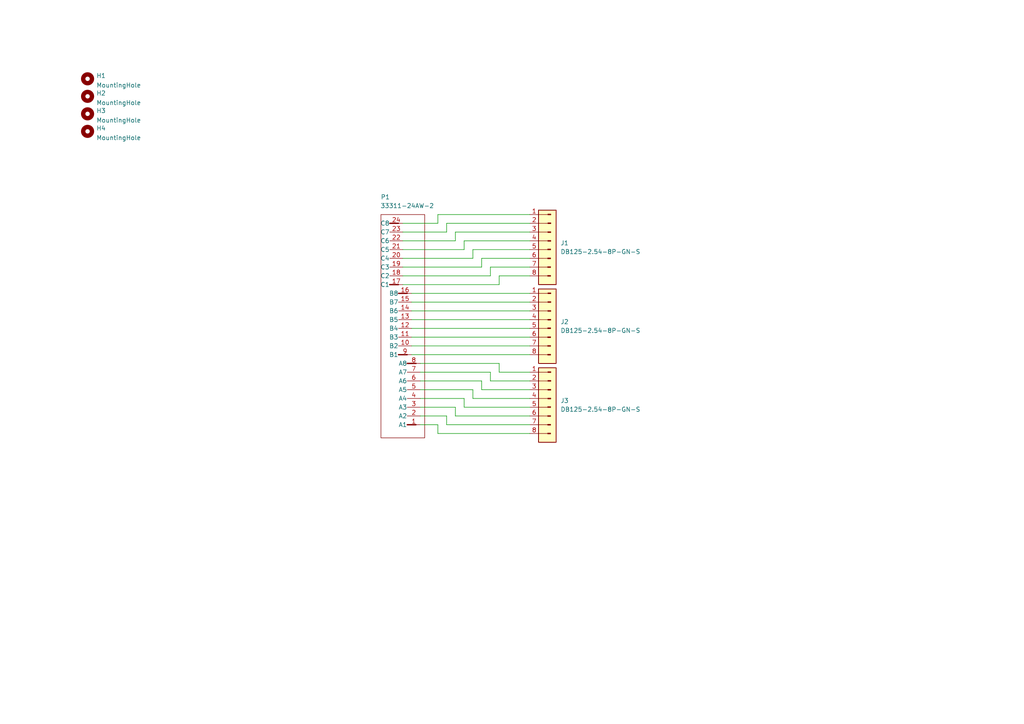
<source format=kicad_sch>
(kicad_sch (version 20211123) (generator eeschema)
  (paper "A4")
  (title_block (title "24pins_In_3conn") (date "17.01.2023") (rev "0.1") (company "rusEFI"))
  (lib_symbols
    (symbol "33311-24AW-2:33311-24AW-2" (pin_names (offset 0.025))
      (property "Reference" "P2" (at 3.81 22.86 90))
      (property "Value" "33311-24AW-2" (at 3.81 20.32 90))
      (symbol "33311-24AW-2_1_0"
        (rectangle (start -29.21 2.54) (end 35.56 -10.16))
      )
      (symbol "33311-24AW-2_1_1"
        (polyline (pts (xy -25.4 -7.62) (xy -25.4 -5.08)) (stroke (width 0.381)))
        (polyline (pts (xy -7.62 -7.62) (xy -7.62 -5.08)) (stroke (width 0.381)))
        (polyline (pts (xy -5.08 -5.08) (xy -5.08 -2.54)) (stroke (width 0.381)))
        (polyline (pts (xy 12.7 -5.08) (xy 12.7 -2.54)) (stroke (width 0.381)))
        (polyline (pts (xy 15.24 -2.54) (xy 15.24 0)) (stroke (width 0.381)))
        (polyline (pts (xy 33.02 -2.54) (xy 33.02 0)) (stroke (width 0.381)))
        (pin passive line (at -25.4 -8.89 90) (length 3.81) (name "A1") (number "1"))
        (pin passive line (at -2.54 -6.35 90) (length 3.81) (name "B2") (number "10"))
        (pin passive line (at 0 -6.35 90) (length 3.81) (name "B3") (number "11"))
        (pin passive line (at 2.54 -6.35 90) (length 3.81) (name "B4") (number "12"))
        (pin passive line (at 5.08 -6.35 90) (length 3.81) (name "B5") (number "13"))
        (pin passive line (at 7.62 -6.35 90) (length 3.81) (name "B6") (number "14"))
        (pin passive line (at 10.16 -6.35 90) (length 3.81) (name "B7") (number "15"))
        (pin passive line (at 12.7 -6.35 90) (length 3.81) (name "B8") (number "16"))
        (pin passive line (at 15.24 -3.81 90) (length 3.81) (name "C1") (number "17"))
        (pin passive line (at 17.78 -3.81 90) (length 3.81) (name "C2") (number "18"))
        (pin passive line (at 20.32 -3.81 90) (length 3.81) (name "C3") (number "19"))
        (pin passive line (at -22.86 -8.89 90) (length 3.81) (name "A2") (number "2"))
        (pin passive line (at 22.86 -3.81 90) (length 3.81) (name "C4") (number "20"))
        (pin passive line (at 25.4 -3.81 90) (length 3.81) (name "C5") (number "21"))
        (pin passive line (at 27.94 -3.81 90) (length 3.81) (name "C6") (number "22"))
        (pin passive line (at 30.48 -3.81 90) (length 3.81) (name "C7") (number "23"))
        (pin passive line (at 33.02 -3.81 90) (length 3.81) (name "C8") (number "24"))
        (pin passive line (at -20.32 -8.89 90) (length 3.81) (name "A3") (number "3"))
        (pin passive line (at -17.78 -8.89 90) (length 3.81) (name "A4") (number "4"))
        (pin passive line (at -15.24 -8.89 90) (length 3.81) (name "A5") (number "5"))
        (pin passive line (at -12.7 -8.89 90) (length 3.81) (name "A6") (number "6"))
        (pin passive line (at -10.16 -8.89 90) (length 3.81) (name "A7") (number "7"))
        (pin passive line (at -7.62 -8.89 90) (length 3.81) (name "A8") (number "8"))
        (pin passive line (at -5.08 -6.35 90) (length 3.81) (name "B1") (number "9"))
      )
    )
    (symbol "Connectors:DB125-2.54-8P-GN-S"
      (property "Reference" "J?" (at -2.54 2.54 0))
      (property "Value" "DB125-2.54-8P-GN-S" (at 2.54 -22.86 0))
      (symbol "DB125-2.54-8P-GN-S_0_1"
        (rectangle (start -5.08 1.27) (end 0 -20.32) (stroke (width 0.254)) (fill (type background)))
        (polyline (pts (xy 0 -17.78) (xy -2.6404 -17.7827)))
        (polyline (pts (xy 0 -15.24) (xy -2.6404 -15.2427)))
        (polyline (pts (xy 0 -12.7) (xy -2.6404 -12.7027)))
        (polyline (pts (xy 0 -10.16) (xy -2.6404 -10.1627)))
        (polyline (pts (xy 0 -7.62) (xy -2.6404 -7.6227)))
        (polyline (pts (xy 0 -5.08) (xy -2.6404 -5.0827)))
        (polyline (pts (xy 0 -2.54) (xy -2.6404 -2.5427)))
        (polyline (pts (xy 0 0) (xy -2.6404 -0.0027)))
      )
      (symbol "DB125-2.54-8P-GN-S_1_1"
        (rectangle (start -2.7055 -2.3895) (end -3.5691 -2.6435) (stroke (width 0.1524)) (fill (type outline)))
        (rectangle (start -2.7055 0.1505) (end -3.5691 -0.1035) (stroke (width 0.1524)) (fill (type outline)))
        (rectangle (start -2.6905 -7.5125) (end -3.5541 -7.7665) (stroke (width 0.1524)) (fill (type outline)))
        (rectangle (start -2.6905 -4.9725) (end -3.5541 -5.2265) (stroke (width 0.1524)) (fill (type outline)))
        (rectangle (start -2.6477 -9.9913) (end -3.5113 -10.2453) (stroke (width 0.1524)) (fill (type outline)))
        (rectangle (start -2.6376 -12.5911) (end -3.5012 -12.8451) (stroke (width 0.1524)) (fill (type outline)))
        (rectangle (start -2.6327 -17.6543) (end -3.4963 -17.9083) (stroke (width 0.1524)) (fill (type outline)))
        (rectangle (start -2.6327 -15.1143) (end -3.4963 -15.3683) (stroke (width 0.1524)) (fill (type outline)))
        (pin bidirectional line (at 2.54 0 180) (length 2.54) (name "") (number "1"))
        (pin bidirectional line (at 2.54 -2.54 180) (length 2.54) (name "") (number "2"))
        (pin bidirectional line (at 2.54 -5.08 180) (length 2.54) (name "") (number "3"))
        (pin bidirectional line (at 2.54 -7.62 180) (length 2.54) (name "") (number "4"))
        (pin bidirectional line (at 2.54 -10.16 180) (length 2.54) (name "") (number "5"))
        (pin bidirectional line (at 2.54 -12.7 180) (length 2.54) (name "") (number "6"))
        (pin bidirectional line (at 2.54 -15.24 180) (length 2.54) (name "") (number "7"))
        (pin bidirectional line (at 2.54 -17.78 180) (length 2.54) (name "") (number "8"))
      )
    )
    (symbol "Mechanical:MountingHole" (pin_names (offset 1.016))
      (property "Reference" "H" (at 0 5.08 0))
      (property "Value" "MountingHole" (at 0 3.175 0))
      (symbol "MountingHole_0_1"
        (circle (center 0 0) (radius 1.27) (stroke (width 1.27)))
      )
    )
  )
  (wire (pts (xy 129.54 123.19) (xy 153.67 123.19)))
  (wire (pts (xy 119.38 85.09) (xy 153.67 85.09)))
  (wire (pts (xy 134.62 72.39) (xy 134.62 69.85)))
  (wire (pts (xy 119.38 90.17) (xy 153.67 90.17)))
  (wire (pts (xy 116.84 72.39) (xy 134.62 72.39)))
  (wire (pts (xy 137.16 74.93) (xy 137.16 72.39)))
  (wire (pts (xy 132.08 120.65) (xy 153.67 120.65)))
  (wire (pts (xy 144.78 80.01) (xy 153.67 80.01)))
  (wire (pts (xy 134.62 69.85) (xy 153.67 69.85)))
  (wire (pts (xy 116.84 69.85) (xy 132.08 69.85)))
  (wire (pts (xy 119.38 97.79) (xy 153.67 97.79)))
  (wire (pts (xy 144.78 82.55) (xy 144.78 80.01)))
  (wire (pts (xy 132.08 69.85) (xy 132.08 67.31)))
  (wire (pts (xy 139.7 74.93) (xy 153.67 74.93)))
  (wire (pts (xy 132.08 67.31) (xy 153.67 67.31)))
  (wire (pts (xy 139.7 77.47) (xy 139.7 74.93)))
  (wire (pts (xy 121.92 113.03) (xy 137.16 113.03)))
  (wire (pts (xy 127 62.23) (xy 153.67 62.23)))
  (wire (pts (xy 116.84 74.93) (xy 137.16 74.93)))
  (wire (pts (xy 142.24 107.95) (xy 142.24 110.49)))
  (wire (pts (xy 134.62 115.57) (xy 134.62 118.11)))
  (wire (pts (xy 116.84 64.77) (xy 127 64.77)))
  (wire (pts (xy 121.92 120.65) (xy 129.54 120.65)))
  (wire (pts (xy 119.38 95.25) (xy 153.67 95.25)))
  (wire (pts (xy 116.84 82.55) (xy 144.78 82.55)))
  (wire (pts (xy 142.24 110.49) (xy 153.67 110.49)))
  (wire (pts (xy 137.16 113.03) (xy 137.16 115.57)))
  (wire (pts (xy 121.92 107.95) (xy 142.24 107.95)))
  (wire (pts (xy 119.38 92.71) (xy 153.67 92.71)))
  (wire (pts (xy 121.92 105.41) (xy 144.78 105.41)))
  (wire (pts (xy 121.92 110.49) (xy 139.7 110.49)))
  (wire (pts (xy 139.7 110.49) (xy 139.7 113.03)))
  (wire (pts (xy 116.84 77.47) (xy 139.7 77.47)))
  (wire (pts (xy 137.16 115.57) (xy 153.67 115.57)))
  (wire (pts (xy 119.38 102.87) (xy 153.67 102.87)))
  (wire (pts (xy 132.08 118.11) (xy 132.08 120.65)))
  (wire (pts (xy 121.92 118.11) (xy 132.08 118.11)))
  (wire (pts (xy 121.92 115.57) (xy 134.62 115.57)))
  (wire (pts (xy 119.38 87.63) (xy 153.67 87.63)))
  (wire (pts (xy 139.7 113.03) (xy 153.67 113.03)))
  (wire (pts (xy 121.92 123.19) (xy 127 123.19)))
  (wire (pts (xy 134.62 118.11) (xy 153.67 118.11)))
  (wire (pts (xy 137.16 72.39) (xy 153.67 72.39)))
  (wire (pts (xy 129.54 67.31) (xy 129.54 64.77)))
  (wire (pts (xy 144.78 105.41) (xy 144.78 107.95)))
  (wire (pts (xy 127 125.73) (xy 153.67 125.73)))
  (wire (pts (xy 142.24 77.47) (xy 153.67 77.47)))
  (wire (pts (xy 127 123.19) (xy 127 125.73)))
  (wire (pts (xy 116.84 80.01) (xy 142.24 80.01)))
  (wire (pts (xy 119.38 100.33) (xy 153.67 100.33)))
  (wire (pts (xy 127 64.77) (xy 127 62.23)))
  (wire (pts (xy 144.78 107.95) (xy 153.67 107.95)))
  (wire (pts (xy 142.24 80.01) (xy 142.24 77.47)))
  (wire (pts (xy 116.84 67.31) (xy 129.54 67.31)))
  (wire (pts (xy 129.54 120.65) (xy 129.54 123.19)))
  (wire (pts (xy 129.54 64.77) (xy 153.67 64.77)))
  (symbol (lib_id "Connectors:DB125-2.54-8P-GN-S") (at 156.21 107.95 0) (mirror y) (unit 1)
    (property "Reference" "J3" (at 162.56 116.2049 0) (effects (justify right)))
    (property "Value" "DB125-2.54-8P-GN-S" (at 162.56 118.7449 0) (effects (justify right)))
    (property "Footprint" "Connectors:DB125-2.54-8P-GN-S" (effects hide))
  )
  (symbol (lib_id "Mechanical:MountingHole") (at 25.4 27.94 0) (unit 1)
    (property "Reference" "H2" (at 27.94 27.0315 0) (effects (justify left)))
    (property "Value" "MountingHole" (at 27.94 29.8066 0) (effects (justify left)))
    (property "Footprint" "MountingHole:MountingHole_3.2mm_M3_DIN965_Pad" (effects hide))
  )
  (symbol (lib_id "Connectors:DB125-2.54-8P-GN-S") (at 156.21 62.23 0) (mirror y) (unit 1)
    (property "Reference" "J1" (at 162.56 70.4849 0) (effects (justify right)))
    (property "Value" "DB125-2.54-8P-GN-S" (at 162.56 73.0249 0) (effects (justify right)))
    (property "Footprint" "Connectors:DB125-2.54-8P-GN-S" (effects hide))
  )
  (symbol (lib_id "Mechanical:MountingHole") (at 25.4 38.1 0) (unit 1)
    (property "Reference" "H4" (at 27.94 37.1915 0) (effects (justify left)))
    (property "Value" "MountingHole" (at 27.94 39.9666 0) (effects (justify left)))
    (property "Footprint" "MountingHole:MountingHole_3.2mm_M3_DIN965_Pad" (effects hide))
  )
  (symbol (lib_id "33311-24AW-2:33311-24AW-2") (at 113.03 97.79 90) (unit 1)
    (property "Reference" "P1" (at 111.76 57.15 90))
    (property "Value" "33311-24AW-2" (at 118.11 59.69 90))
    (property "Footprint" "alphax-2ch:33311-24AW-2" (effects hide))
    (property "Datasheet" "DOCUMENTATION" (effects hide))
  )
  (symbol (lib_id "Mechanical:MountingHole") (at 25.4 22.86 0) (unit 1)
    (property "Reference" "H1" (at 27.94 21.9515 0) (effects (justify left)))
    (property "Value" "MountingHole" (at 27.94 24.7266 0) (effects (justify left)))
    (property "Footprint" "MountingHole:MountingHole_3.2mm_M3_DIN965_Pad" (effects hide))
  )
  (symbol (lib_id "Mechanical:MountingHole") (at 25.4 33.02 0) (unit 1)
    (property "Reference" "H3" (at 27.94 32.1115 0) (effects (justify left)))
    (property "Value" "MountingHole" (at 27.94 34.8866 0) (effects (justify left)))
    (property "Footprint" "MountingHole:MountingHole_3.2mm_M3_DIN965_Pad" (effects hide))
  )
  (symbol (lib_id "Connectors:DB125-2.54-8P-GN-S") (at 156.21 85.09 0) (mirror y) (unit 1)
    (property "Reference" "J2" (at 162.56 93.3449 0) (effects (justify right)))
    (property "Value" "DB125-2.54-8P-GN-S" (at 162.56 95.8849 0) (effects (justify right)))
    (property "Footprint" "Connectors:DB125-2.54-8P-GN-S" (effects hide))
  )
)
</source>
